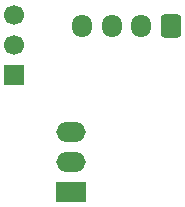
<source format=gbr>
%TF.GenerationSoftware,KiCad,Pcbnew,9.0.2*%
%TF.CreationDate,2025-07-05T13:36:24+12:00*%
%TF.ProjectId,SPI-POWER-INJECTOR,5350492d-504f-4574-9552-2d494e4a4543,rev?*%
%TF.SameCoordinates,Original*%
%TF.FileFunction,Soldermask,Bot*%
%TF.FilePolarity,Negative*%
%FSLAX46Y46*%
G04 Gerber Fmt 4.6, Leading zero omitted, Abs format (unit mm)*
G04 Created by KiCad (PCBNEW 9.0.2) date 2025-07-05 13:36:24*
%MOMM*%
%LPD*%
G01*
G04 APERTURE LIST*
G04 Aperture macros list*
%AMRoundRect*
0 Rectangle with rounded corners*
0 $1 Rounding radius*
0 $2 $3 $4 $5 $6 $7 $8 $9 X,Y pos of 4 corners*
0 Add a 4 corners polygon primitive as box body*
4,1,4,$2,$3,$4,$5,$6,$7,$8,$9,$2,$3,0*
0 Add four circle primitives for the rounded corners*
1,1,$1+$1,$2,$3*
1,1,$1+$1,$4,$5*
1,1,$1+$1,$6,$7*
1,1,$1+$1,$8,$9*
0 Add four rect primitives between the rounded corners*
20,1,$1+$1,$2,$3,$4,$5,0*
20,1,$1+$1,$4,$5,$6,$7,0*
20,1,$1+$1,$6,$7,$8,$9,0*
20,1,$1+$1,$8,$9,$2,$3,0*%
G04 Aperture macros list end*
%ADD10R,1.700000X1.700000*%
%ADD11C,1.700000*%
%ADD12O,2.500000X1.700000*%
%ADD13R,2.500000X1.700000*%
%ADD14RoundRect,0.250000X0.600000X0.725000X-0.600000X0.725000X-0.600000X-0.725000X0.600000X-0.725000X0*%
%ADD15O,1.700000X1.950000*%
G04 APERTURE END LIST*
D10*
%TO.C,JP1*%
X137500000Y-89080000D03*
D11*
X137500000Y-84000000D03*
X137500000Y-86540000D03*
%TD*%
D12*
%TO.C,8/36V-5V_2A*%
X142292500Y-93917500D03*
X142292500Y-96457500D03*
D13*
X142292500Y-98997500D03*
%TD*%
D14*
%TO.C,POWER IN*%
X150750000Y-84945000D03*
D15*
X148250000Y-84945000D03*
X145750000Y-84945000D03*
X143250000Y-84945000D03*
%TD*%
M02*

</source>
